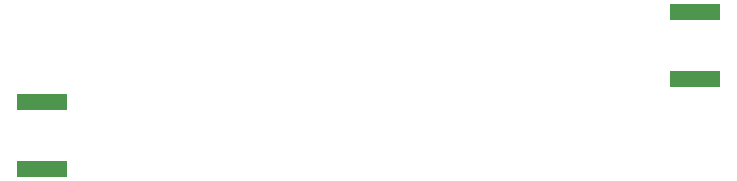
<source format=gbr>
%TF.GenerationSoftware,KiCad,Pcbnew,(5.1.9)-1*%
%TF.CreationDate,2021-01-26T13:47:22-05:00*%
%TF.ProjectId,LNA_1,4c4e415f-312e-46b6-9963-61645f706362,rev?*%
%TF.SameCoordinates,Original*%
%TF.FileFunction,Paste,Bot*%
%TF.FilePolarity,Positive*%
%FSLAX46Y46*%
G04 Gerber Fmt 4.6, Leading zero omitted, Abs format (unit mm)*
G04 Created by KiCad (PCBNEW (5.1.9)-1) date 2021-01-26 13:47:22*
%MOMM*%
%LPD*%
G01*
G04 APERTURE LIST*
%ADD10R,4.200000X1.350000*%
G04 APERTURE END LIST*
D10*
%TO.C,J2*%
X138738000Y-58135000D03*
X138738000Y-63785000D03*
%TD*%
%TO.C,J1*%
X83512000Y-71405000D03*
X83512000Y-65755000D03*
%TD*%
M02*

</source>
